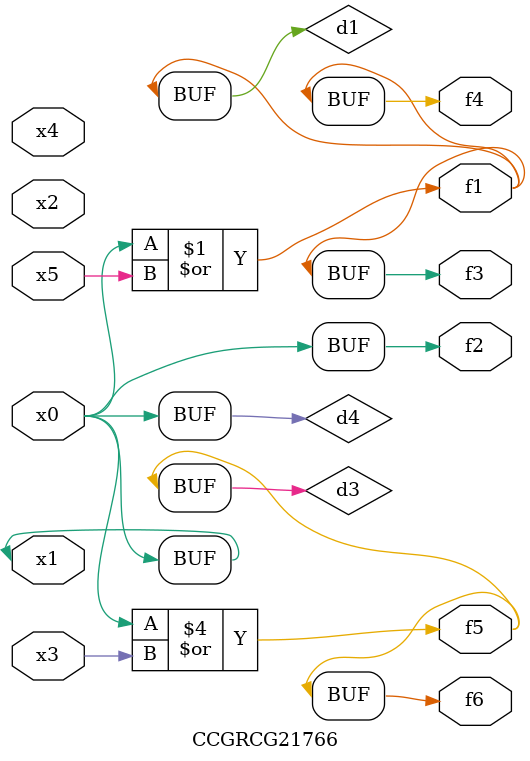
<source format=v>
module CCGRCG21766(
	input x0, x1, x2, x3, x4, x5,
	output f1, f2, f3, f4, f5, f6
);

	wire d1, d2, d3, d4;

	or (d1, x0, x5);
	xnor (d2, x1, x4);
	or (d3, x0, x3);
	buf (d4, x0, x1);
	assign f1 = d1;
	assign f2 = d4;
	assign f3 = d1;
	assign f4 = d1;
	assign f5 = d3;
	assign f6 = d3;
endmodule

</source>
